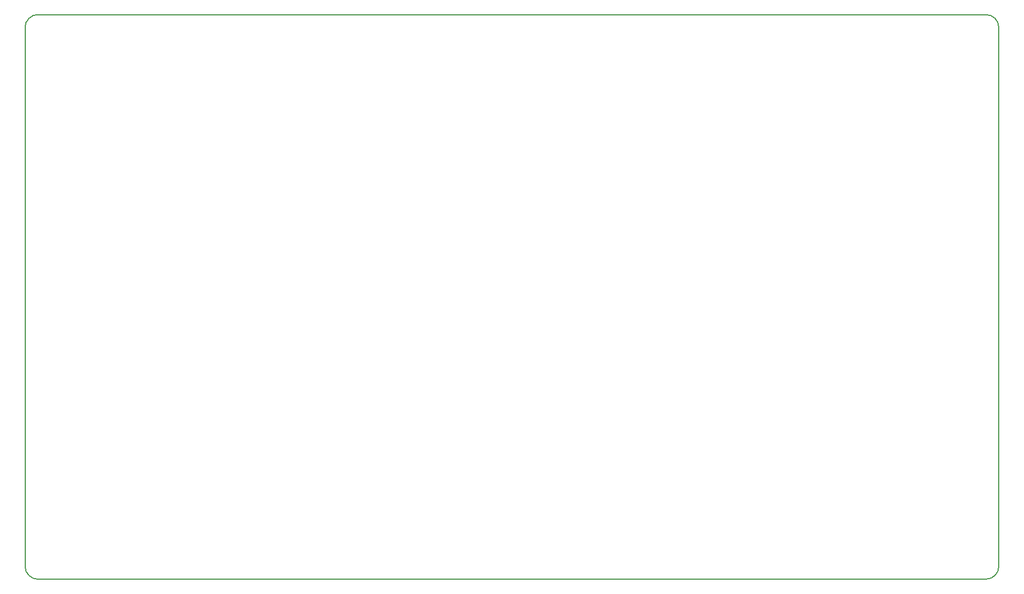
<source format=gm1>
G04 #@! TF.GenerationSoftware,KiCad,Pcbnew,7.0.1*
G04 #@! TF.CreationDate,2024-02-25T13:56:52-08:00*
G04 #@! TF.ProjectId,POWERCORE-V2.0_MOTHERBOARD,504f5745-5243-44f5-9245-2d56322e305f,rev?*
G04 #@! TF.SameCoordinates,PX791ddbePYb90347e*
G04 #@! TF.FileFunction,Profile,NP*
%FSLAX46Y46*%
G04 Gerber Fmt 4.6, Leading zero omitted, Abs format (unit mm)*
G04 Created by KiCad (PCBNEW 7.0.1) date 2024-02-25 13:56:52*
%MOMM*%
%LPD*%
G01*
G04 APERTURE LIST*
G04 #@! TA.AperFunction,Profile*
%ADD10C,0.200000*%
G04 #@! TD*
G04 APERTURE END LIST*
D10*
X2000000Y87000000D02*
G75*
G03*
X0Y85000000I2J-2000002D01*
G01*
X150000000Y2000000D02*
X150000000Y85000000D01*
X148000000Y87000000D02*
X2000000Y87000000D01*
X148000000Y0D02*
G75*
G03*
X150000000Y2000000I2J1999998D01*
G01*
X0Y85000000D02*
X0Y2000000D01*
X2000000Y0D02*
X148000000Y0D01*
X150000004Y85000000D02*
G75*
G03*
X148000000Y87000000I-2000002J-2D01*
G01*
X4Y2000000D02*
G75*
G03*
X2000000Y0I1999998J-2D01*
G01*
M02*

</source>
